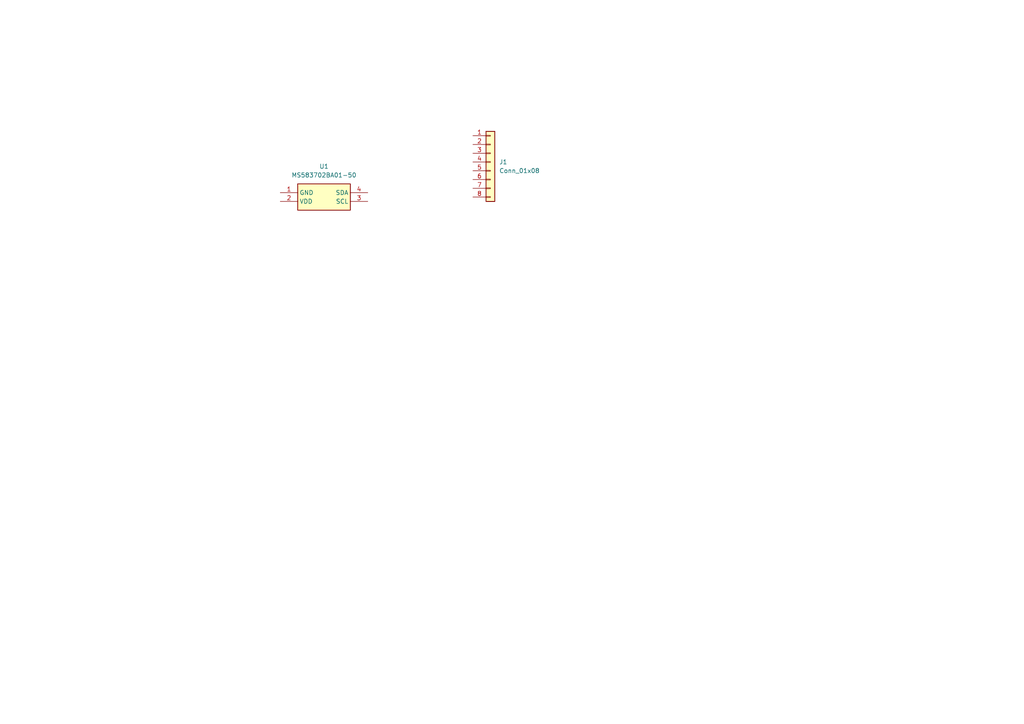
<source format=kicad_sch>
(kicad_sch (version 20231120) (generator "eeschema") (generator_version "8.0")
  (paper "A4")
  (lib_symbols
    (symbol "Connector_Generic:Conn_01x08" (pin_names (offset 1.016) hide)
      (property "Reference" "J" (at 0 10.16 0))
      (property "Value" "Conn_01x08" (at 0 -12.7 0))
      (symbol "Conn_01x08_1_1"
        (rectangle (start -1.27 -10.033) (end 0 -10.287) (stroke (width 0.1524)))
        (rectangle (start -1.27 -7.493) (end 0 -7.747) (stroke (width 0.1524)))
        (rectangle (start -1.27 -4.953) (end 0 -5.207) (stroke (width 0.1524)))
        (rectangle (start -1.27 -2.413) (end 0 -2.667) (stroke (width 0.1524)))
        (rectangle (start -1.27 0.127) (end 0 -0.127) (stroke (width 0.1524)))
        (rectangle (start -1.27 2.667) (end 0 2.413) (stroke (width 0.1524)))
        (rectangle (start -1.27 5.207) (end 0 4.953) (stroke (width 0.1524)))
        (rectangle (start -1.27 7.747) (end 0 7.493) (stroke (width 0.1524)))
        (rectangle (start -1.27 8.89) (end 1.27 -11.43) (stroke (width 0.254)) (fill (type background)))
        (pin passive line (at -5.08 7.62 0) (length 3.81) (name "Pin_1") (number "1"))
        (pin passive line (at -5.08 5.08 0) (length 3.81) (name "Pin_2") (number "2"))
        (pin passive line (at -5.08 2.54 0) (length 3.81) (name "Pin_3") (number "3"))
        (pin passive line (at -5.08 0 0) (length 3.81) (name "Pin_4") (number "4"))
        (pin passive line (at -5.08 -2.54 0) (length 3.81) (name "Pin_5") (number "5"))
        (pin passive line (at -5.08 -5.08 0) (length 3.81) (name "Pin_6") (number "6"))
        (pin passive line (at -5.08 -7.62 0) (length 3.81) (name "Pin_7") (number "7"))
        (pin passive line (at -5.08 -10.16 0) (length 3.81) (name "Pin_8") (number "8"))
      )
    )
    (symbol "SamacSys_Parts:MS583702BA01-50"
      (property "Reference" "U" (at 21.59 7.62 0))
      (property "Value" "MS583702BA01-50" (at 21.59 5.08 0))
      (symbol "MS583702BA01-50_1_1"
        (rectangle (start 5.08 2.54) (end 20.32 -5.08) (stroke (width 0.254)) (fill (type background)))
        (pin passive line (at 0 0 0) (length 5.08) (name "GND") (number "1"))
        (pin passive line (at 0 -2.54 0) (length 5.08) (name "VDD") (number "2"))
        (pin passive line (at 25.4 -2.54 180) (length 5.08) (name "SCL") (number "3"))
        (pin passive line (at 25.4 0 180) (length 5.08) (name "SDA") (number "4"))
      )
    )
  )
  (symbol (lib_id "SamacSys_Parts:MS583702BA01-50") (at 81.28 55.88 0) (unit 1)
    (property "Reference" "U1" (at 93.98 48.26 0))
    (property "Value" "MS583702BA01-50" (at 93.98 50.8 0))
    (property "Footprint" "MS583702BA0150" (effects (hide yes)))
    (property "Datasheet" "https://www.te.com/commerce/DocumentDelivery/DDEController?Action=srchrtrv&DocNm=MS5837-02BA01&DocType=Data%20Sheet&DocLang=English&PartCntxt=MS583702BA01-50&DocFormat=pdf" (effects (hide yes)))
    (property "Description" "Dimensions: Dimensions 3.3 x 3.3 x 2.75 MM | Dimensions .13 x .13 x .108 INCH | Electrical Characteristics: Board Level Pressure Sensor Supply Voltage 1.5  3.6 V | Operation/Application: Output Interface I2C | Pressure 2000 MBAR | Output/Span 24 bit ADC | Board Level Pressure Sensor Accuracy +/-0.5mbar | Proof Pressure Range 10 bar | Resolution .016 | Packaging Features: Board Level Pressure Sensor Package Surface Mountable | Product Type Features: Board Level Pressure Sensor Type Digital Pressure and Alt" (effects (hide yes)))
    (property "Height" "2.75" (effects (hide yes)))
    (property "Manufacturer_Name" "TE Connectivity" (effects (hide yes)))
    (property "Manufacturer_Part_Number" "MS583702BA01-50" (effects (hide yes)))
    (property "Mouser Part Number" "824-MS583702BA01-50" (effects (hide yes)))
    (property "Mouser Price/Stock" "https://www.mouser.co.uk/ProductDetail/Measurement-Specialties/MS583702BA01-50?qs=79TV4%252ByLL%2FyECEADTPT22A%3D%3D" (effects (hide yes)))
    (property "Arrow Part Number" "MS583702BA01-50" (effects (hide yes)))
    (property "Arrow Price/Stock" "https://www.arrow.com/en/products/ms583702ba01-50/te-connectivity?region=nac" (effects (hide yes)))
  )
  (symbol (lib_id "Connector_Generic:Conn_01x08") (at 142.24 46.99 0) (unit 1)
    (property "Reference" "J1" (at 144.78 46.9899 0) (effects (justify left)))
    (property "Value" "Conn_01x08" (at 144.78 49.5299 0) (effects (justify left)))
    (property "Description" "Generic connector, single row, 01x08, script generated (kicad-library-utils/schlib/autogen/connector/)" (effects (hide yes)))
  )
)
</source>
